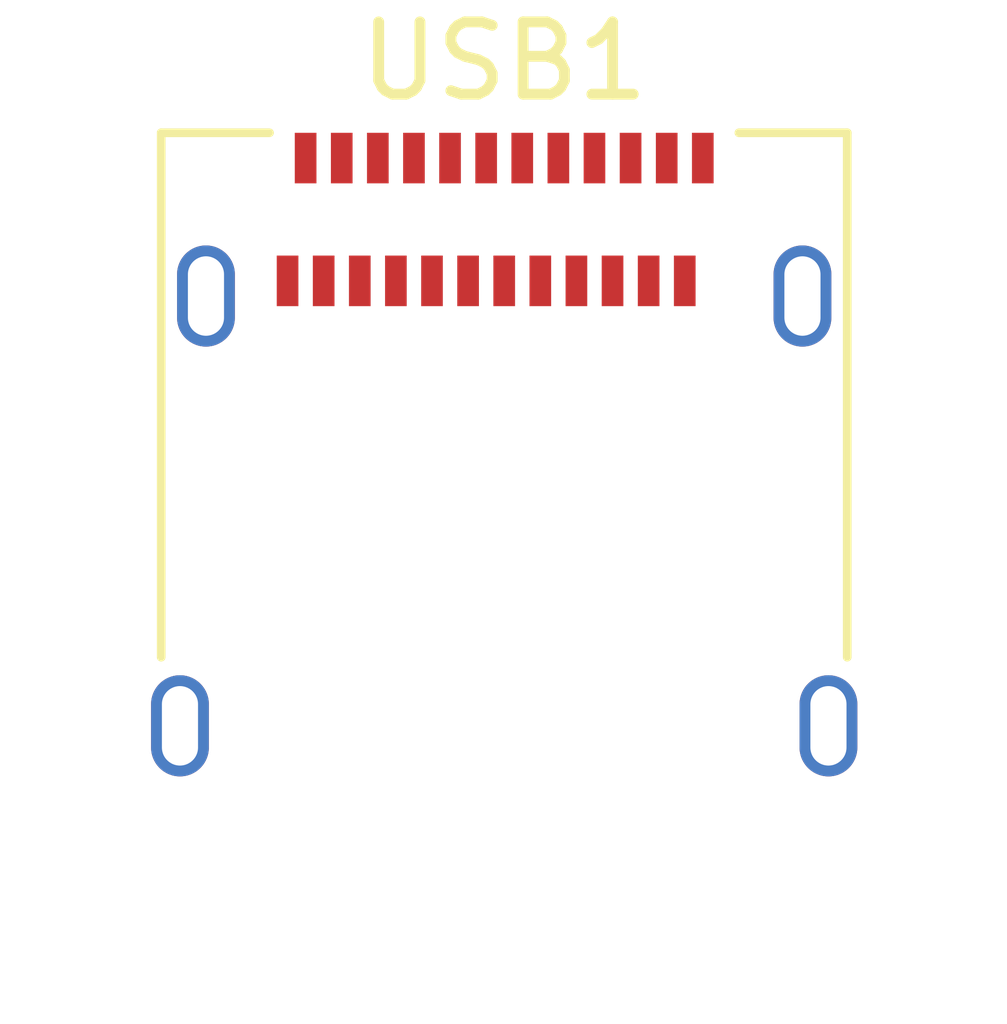
<source format=kicad_pcb>
(kicad_pcb (version 20240108) (generator "pcbnew") (generator_version "8.0")
  (layers (0 "F.Cu" signal) (31 "B.Cu" signal) (34 "B.Paste" user) (35 "F.Paste" user) (36 "B.SilkS" user "B.Silkscreen") (37 "F.SilkS" user "F.Silkscreen") (38 "B.Mask" user) (39 "F.Mask" user) (44 "Edge.Cuts" user))
  (net 0 "")
  (net 2 "/CC1")
  (net 3 "GND")
  (net 6 "VBUS")
  (net 7 "/D-")
  (net 9 "/D+")
  (net 15 "/CC2")
  (footprint "Connector_USB:USB_C_Receptacle_Amphenol_12401610E4-2A" (layer "F.Cu") (at 105.01 75.16)
    (property "Reference" "USB1" (at 0 -6.36 0) (layer "F.SilkS"))
    (property "Value" "USB_C_Receptacle")
    (fp_line (start -4.75 -5.37) (end -4.75 1.89) (stroke (width 0.12)) (layer "F.SilkS"))
    (fp_line (start -4.75 -5.37) (end -3.25 -5.37) (stroke (width 0.12)) (layer "F.SilkS"))
    (fp_line (start 3.25 -5.37) (end 4.75 -5.37) (stroke (width 0.12)) (layer "F.SilkS"))
    (fp_line (start 4.75 -5.37) (end 4.75 1.89) (stroke (width 0.12)) (layer "F.SilkS"))
    (pad "" np_thru_hole circle (at -3.6 -4.36) (size 0.65 0.65) (drill 0.65) (layers "*.Cu" "*.Mask"))
    (pad "" np_thru_hole oval (at 3.6 -4.36) (size 0.95 0.65) (drill oval 0.95 0.65) (layers "*.Cu" "*.Mask"))
    (pad "A1" smd rect (at -2.75 -5.02) (size 0.3 0.7) (layers "F.Cu" "F.Paste" "F.Mask") (net 3 "GND"))
    (pad "A2" smd rect (at -2.25 -5.02) (size 0.3 0.7) (layers "F.Cu" "F.Paste" "F.Mask"))
    (pad "A3" smd rect (at -1.75 -5.02) (size 0.3 0.7) (layers "F.Cu" "F.Paste" "F.Mask"))
    (pad "A4" smd rect (at -1.25 -5.02) (size 0.3 0.7) (layers "F.Cu" "F.Paste" "F.Mask") (net 6 "VBUS"))
    (pad "A5" smd rect (at -0.75 -5.02) (size 0.3 0.7) (layers "F.Cu" "F.Paste" "F.Mask") (net 2 "/CC1"))
    (pad "A6" smd rect (at -0.25 -5.02) (size 0.3 0.7) (layers "F.Cu" "F.Paste" "F.Mask") (net 9 "/D+"))
    (pad "A7" smd rect (at 0.25 -5.02) (size 0.3 0.7) (layers "F.Cu" "F.Paste" "F.Mask") (net 7 "/D-"))
    (pad "A8" smd rect (at 0.75 -5.02) (size 0.3 0.7) (layers "F.Cu" "F.Paste" "F.Mask"))
    (pad "A9" smd rect (at 1.25 -5.02) (size 0.3 0.7) (layers "F.Cu" "F.Paste" "F.Mask") (net 6 "VBUS"))
    (pad "A10" smd rect (at 1.75 -5.02) (size 0.3 0.7) (layers "F.Cu" "F.Paste" "F.Mask"))
    (pad "A11" smd rect (at 2.25 -5.02) (size 0.3 0.7) (layers "F.Cu" "F.Paste" "F.Mask"))
    (pad "A12" smd rect (at 2.75 -5.02) (size 0.3 0.7) (layers "F.Cu" "F.Paste" "F.Mask") (net 3 "GND"))
    (pad "B1" smd rect (at 2.5 -3.32) (size 0.3 0.7) (layers "F.Cu" "F.Paste" "F.Mask") (net 3 "GND"))
    (pad "B2" smd rect (at 2 -3.32) (size 0.3 0.7) (layers "F.Cu" "F.Paste" "F.Mask"))
    (pad "B3" smd rect (at 1.5 -3.32) (size 0.3 0.7) (layers "F.Cu" "F.Paste" "F.Mask"))
    (pad "B4" smd rect (at 1 -3.32) (size 0.3 0.7) (layers "F.Cu" "F.Paste" "F.Mask") (net 6 "VBUS"))
    (pad "B5" smd rect (at 0.5 -3.32) (size 0.3 0.7) (layers "F.Cu" "F.Paste" "F.Mask") (net 15 "/CC2"))
    (pad "B6" smd rect (at 0 -3.32) (size 0.3 0.7) (layers "F.Cu" "F.Paste" "F.Mask") (net 9 "/D+"))
    (pad "B7" smd rect (at -0.5 -3.32) (size 0.3 0.7) (layers "F.Cu" "F.Paste" "F.Mask") (net 7 "/D-"))
    (pad "B8" smd rect (at -1 -3.32) (size 0.3 0.7) (layers "F.Cu" "F.Paste" "F.Mask"))
    (pad "B9" smd rect (at -1.5 -3.32) (size 0.3 0.7) (layers "F.Cu" "F.Paste" "F.Mask") (net 6 "VBUS"))
    (pad "B10" smd rect (at -2 -3.32) (size 0.3 0.7) (layers "F.Cu" "F.Paste" "F.Mask"))
    (pad "B11" smd rect (at -2.5 -3.32) (size 0.3 0.7) (layers "F.Cu" "F.Paste" "F.Mask"))
    (pad "B12" smd rect (at -3 -3.32) (size 0.3 0.7) (layers "F.Cu" "F.Paste" "F.Mask") (net 3 "GND"))
    (pad "S1" thru_hole oval (at -4.49 2.84) (size 0.8 1.4) (drill oval 0.5 1.1) (property pad_prop_heatsink) (layers "*.Cu" "*.Mask") (net 3 "GND"))
    (pad "S1" thru_hole oval (at -4.13 -3.11) (size 0.8 1.4) (drill oval 0.5 1.1) (property pad_prop_heatsink) (layers "*.Cu" "*.Mask") (net 3 "GND"))
    (pad "S1" thru_hole oval (at 4.13 -3.11) (size 0.8 1.4) (drill oval 0.5 1.1) (property pad_prop_heatsink) (layers "*.Cu" "*.Mask") (net 3 "GND"))
    (pad "S1" thru_hole oval (at 4.49 2.84) (size 0.8 1.4) (drill oval 0.5 1.1) (property pad_prop_heatsink) (layers "*.Cu" "*.Mask") (net 3 "GND"))
  )
)
</source>
